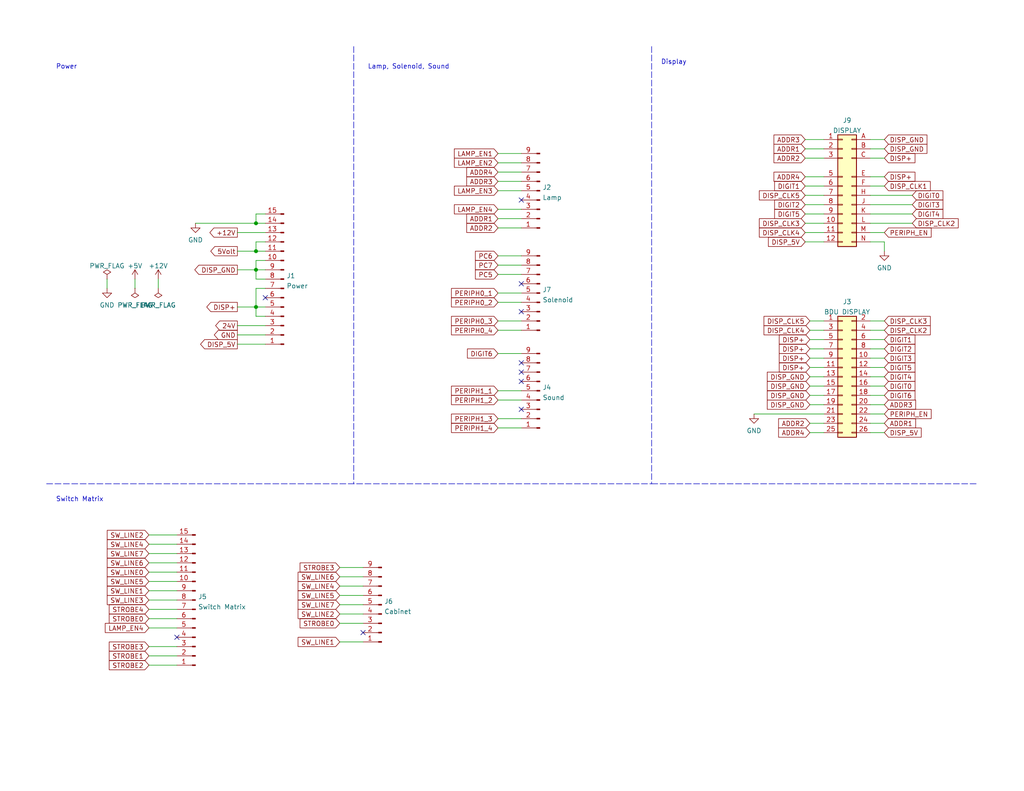
<source format=kicad_sch>
(kicad_sch (version 20211123) (generator eeschema)
  (paper "USLetter")
  (title_block (title "Ports") (date "2022-08-27") (rev "1.5") (company "ePinball") (comment 1 "github.com/jfleitz/gp-mpu"))
  (lib_symbols
    (symbol "Connector:Conn_01x09_Male" (pin_names (offset 1.016) hide)
      (property "Reference" "J" (at 0 12.7 0))
      (property "Value" "Conn_01x09_Male" (at 0 -12.7 0))
      (symbol "Conn_01x09_Male_1_1"
        (polyline (pts (xy 1.27 -10.16) (xy 0.8636 -10.16)) (stroke (width 0.1524)))
        (polyline (pts (xy 1.27 -7.62) (xy 0.8636 -7.62)) (stroke (width 0.1524)))
        (polyline (pts (xy 1.27 -5.08) (xy 0.8636 -5.08)) (stroke (width 0.1524)))
        (polyline (pts (xy 1.27 -2.54) (xy 0.8636 -2.54)) (stroke (width 0.1524)))
        (polyline (pts (xy 1.27 0) (xy 0.8636 0)) (stroke (width 0.1524)))
        (polyline (pts (xy 1.27 2.54) (xy 0.8636 2.54)) (stroke (width 0.1524)))
        (polyline (pts (xy 1.27 5.08) (xy 0.8636 5.08)) (stroke (width 0.1524)))
        (polyline (pts (xy 1.27 7.62) (xy 0.8636 7.62)) (stroke (width 0.1524)))
        (polyline (pts (xy 1.27 10.16) (xy 0.8636 10.16)) (stroke (width 0.1524)))
        (rectangle (start 0.8636 -10.033) (end 0 -10.287) (stroke (width 0.1524)) (fill (type outline)))
        (rectangle (start 0.8636 -7.493) (end 0 -7.747) (stroke (width 0.1524)) (fill (type outline)))
        (rectangle (start 0.8636 -4.953) (end 0 -5.207) (stroke (width 0.1524)) (fill (type outline)))
        (rectangle (start 0.8636 -2.413) (end 0 -2.667) (stroke (width 0.1524)) (fill (type outline)))
        (rectangle (start 0.8636 0.127) (end 0 -0.127) (stroke (width 0.1524)) (fill (type outline)))
        (rectangle (start 0.8636 2.667) (end 0 2.413) (stroke (width 0.1524)) (fill (type outline)))
        (rectangle (start 0.8636 5.207) (end 0 4.953) (stroke (width 0.1524)) (fill (type outline)))
        (rectangle (start 0.8636 7.747) (end 0 7.493) (stroke (width 0.1524)) (fill (type outline)))
        (rectangle (start 0.8636 10.287) (end 0 10.033) (stroke (width 0.1524)) (fill (type outline)))
        (pin passive line (at 5.08 10.16 180) (length 3.81) (name "Pin_1") (number "1"))
        (pin passive line (at 5.08 7.62 180) (length 3.81) (name "Pin_2") (number "2"))
        (pin passive line (at 5.08 5.08 180) (length 3.81) (name "Pin_3") (number "3"))
        (pin passive line (at 5.08 2.54 180) (length 3.81) (name "Pin_4") (number "4"))
        (pin passive line (at 5.08 0 180) (length 3.81) (name "Pin_5") (number "5"))
        (pin passive line (at 5.08 -2.54 180) (length 3.81) (name "Pin_6") (number "6"))
        (pin passive line (at 5.08 -5.08 180) (length 3.81) (name "Pin_7") (number "7"))
        (pin passive line (at 5.08 -7.62 180) (length 3.81) (name "Pin_8") (number "8"))
        (pin passive line (at 5.08 -10.16 180) (length 3.81) (name "Pin_9") (number "9"))
      )
    )
    (symbol "Connector:Conn_01x15_Male" (pin_names (offset 1.016) hide)
      (property "Reference" "J" (at 0 20.32 0))
      (property "Value" "Conn_01x15_Male" (at 0 -20.32 0))
      (symbol "Conn_01x15_Male_1_1"
        (polyline (pts (xy 1.27 -17.78) (xy 0.8636 -17.78)) (stroke (width 0.1524)))
        (polyline (pts (xy 1.27 -15.24) (xy 0.8636 -15.24)) (stroke (width 0.1524)))
        (polyline (pts (xy 1.27 -12.7) (xy 0.8636 -12.7)) (stroke (width 0.1524)))
        (polyline (pts (xy 1.27 -10.16) (xy 0.8636 -10.16)) (stroke (width 0.1524)))
        (polyline (pts (xy 1.27 -7.62) (xy 0.8636 -7.62)) (stroke (width 0.1524)))
        (polyline (pts (xy 1.27 -5.08) (xy 0.8636 -5.08)) (stroke (width 0.1524)))
        (polyline (pts (xy 1.27 -2.54) (xy 0.8636 -2.54)) (stroke (width 0.1524)))
        (polyline (pts (xy 1.27 0) (xy 0.8636 0)) (stroke (width 0.1524)))
        (polyline (pts (xy 1.27 2.54) (xy 0.8636 2.54)) (stroke (width 0.1524)))
        (polyline (pts (xy 1.27 5.08) (xy 0.8636 5.08)) (stroke (width 0.1524)))
        (polyline (pts (xy 1.27 7.62) (xy 0.8636 7.62)) (stroke (width 0.1524)))
        (polyline (pts (xy 1.27 10.16) (xy 0.8636 10.16)) (stroke (width 0.1524)))
        (polyline (pts (xy 1.27 12.7) (xy 0.8636 12.7)) (stroke (width 0.1524)))
        (polyline (pts (xy 1.27 15.24) (xy 0.8636 15.24)) (stroke (width 0.1524)))
        (polyline (pts (xy 1.27 17.78) (xy 0.8636 17.78)) (stroke (width 0.1524)))
        (rectangle (start 0.8636 -17.653) (end 0 -17.907) (stroke (width 0.1524)) (fill (type outline)))
        (rectangle (start 0.8636 -15.113) (end 0 -15.367) (stroke (width 0.1524)) (fill (type outline)))
        (rectangle (start 0.8636 -12.573) (end 0 -12.827) (stroke (width 0.1524)) (fill (type outline)))
        (rectangle (start 0.8636 -10.033) (end 0 -10.287) (stroke (width 0.1524)) (fill (type outline)))
        (rectangle (start 0.8636 -7.493) (end 0 -7.747) (stroke (width 0.1524)) (fill (type outline)))
        (rectangle (start 0.8636 -4.953) (end 0 -5.207) (stroke (width 0.1524)) (fill (type outline)))
        (rectangle (start 0.8636 -2.413) (end 0 -2.667) (stroke (width 0.1524)) (fill (type outline)))
        (rectangle (start 0.8636 0.127) (end 0 -0.127) (stroke (width 0.1524)) (fill (type outline)))
        (rectangle (start 0.8636 2.667) (end 0 2.413) (stroke (width 0.1524)) (fill (type outline)))
        (rectangle (start 0.8636 5.207) (end 0 4.953) (stroke (width 0.1524)) (fill (type outline)))
        (rectangle (start 0.8636 7.747) (end 0 7.493) (stroke (width 0.1524)) (fill (type outline)))
        (rectangle (start 0.8636 10.287) (end 0 10.033) (stroke (width 0.1524)) (fill (type outline)))
        (rectangle (start 0.8636 12.827) (end 0 12.573) (stroke (width 0.1524)) (fill (type outline)))
        (rectangle (start 0.8636 15.367) (end 0 15.113) (stroke (width 0.1524)) (fill (type outline)))
        (rectangle (start 0.8636 17.907) (end 0 17.653) (stroke (width 0.1524)) (fill (type outline)))
        (pin passive line (at 5.08 17.78 180) (length 3.81) (name "Pin_1") (number "1"))
        (pin passive line (at 5.08 -5.08 180) (length 3.81) (name "Pin_10") (number "10"))
        (pin passive line (at 5.08 -7.62 180) (length 3.81) (name "Pin_11") (number "11"))
        (pin passive line (at 5.08 -10.16 180) (length 3.81) (name "Pin_12") (number "12"))
        (pin passive line (at 5.08 -12.7 180) (length 3.81) (name "Pin_13") (number "13"))
        (pin passive line (at 5.08 -15.24 180) (length 3.81) (name "Pin_14") (number "14"))
        (pin passive line (at 5.08 -17.78 180) (length 3.81) (name "Pin_15") (number "15"))
        (pin passive line (at 5.08 15.24 180) (length 3.81) (name "Pin_2") (number "2"))
        (pin passive line (at 5.08 12.7 180) (length 3.81) (name "Pin_3") (number "3"))
        (pin passive line (at 5.08 10.16 180) (length 3.81) (name "Pin_4") (number "4"))
        (pin passive line (at 5.08 7.62 180) (length 3.81) (name "Pin_5") (number "5"))
        (pin passive line (at 5.08 5.08 180) (length 3.81) (name "Pin_6") (number "6"))
        (pin passive line (at 5.08 2.54 180) (length 3.81) (name "Pin_7") (number "7"))
        (pin passive line (at 5.08 0 180) (length 3.81) (name "Pin_8") (number "8"))
        (pin passive line (at 5.08 -2.54 180) (length 3.81) (name "Pin_9") (number "9"))
      )
    )
    (symbol "gp-parts:display-cocktail" (pin_names (offset 1.016) hide)
      (property "Reference" "J" (at 1.27 17.78 0))
      (property "Value" "display-cocktail" (at 1.27 -17.78 0))
      (symbol "display-cocktail_1_1"
        (rectangle (start -1.27 -15.113) (end 0 -15.367) (stroke (width 0.1524)))
        (rectangle (start -1.27 -12.573) (end 0 -12.827) (stroke (width 0.1524)))
        (rectangle (start -1.27 -10.033) (end 0 -10.287) (stroke (width 0.1524)))
        (rectangle (start -1.27 -7.493) (end 0 -7.747) (stroke (width 0.1524)))
        (rectangle (start -1.27 -4.953) (end 0 -5.207) (stroke (width 0.1524)))
        (rectangle (start -1.27 -2.413) (end 0 -2.667) (stroke (width 0.1524)))
        (rectangle (start -1.27 0.127) (end 0 -0.127) (stroke (width 0.1524)))
        (rectangle (start -1.27 2.667) (end 0 2.413) (stroke (width 0.1524)))
        (rectangle (start -1.27 5.207) (end 0 4.953) (stroke (width 0.1524)))
        (rectangle (start -1.27 7.747) (end 0 7.493) (stroke (width 0.1524)))
        (rectangle (start -1.27 10.287) (end 0 10.033) (stroke (width 0.1524)))
        (rectangle (start -1.27 12.827) (end 0 12.573) (stroke (width 0.1524)))
        (rectangle (start -1.27 15.367) (end 0 15.113) (stroke (width 0.1524)))
        (rectangle (start -1.27 16.51) (end 3.81 -16.51) (stroke (width 0.254)) (fill (type background)))
        (rectangle (start 3.81 -15.113) (end 2.54 -15.367) (stroke (width 0.1524)))
        (rectangle (start 3.81 -12.573) (end 2.54 -12.827) (stroke (width 0.1524)))
        (rectangle (start 3.81 -10.033) (end 2.54 -10.287) (stroke (width 0.1524)))
        (rectangle (start 3.81 -7.493) (end 2.54 -7.747) (stroke (width 0.1524)))
        (rectangle (start 3.81 -4.953) (end 2.54 -5.207) (stroke (width 0.1524)))
        (rectangle (start 3.81 -2.413) (end 2.54 -2.667) (stroke (width 0.1524)))
        (rectangle (start 3.81 0.127) (end 2.54 -0.127) (stroke (width 0.1524)))
        (rectangle (start 3.81 2.667) (end 2.54 2.413) (stroke (width 0.1524)))
        (rectangle (start 3.81 5.207) (end 2.54 4.953) (stroke (width 0.1524)))
        (rectangle (start 3.81 7.747) (end 2.54 7.493) (stroke (width 0.1524)))
        (rectangle (start 3.81 10.287) (end 2.54 10.033) (stroke (width 0.1524)))
        (rectangle (start 3.81 12.827) (end 2.54 12.573) (stroke (width 0.1524)))
        (rectangle (start 3.81 15.367) (end 2.54 15.113) (stroke (width 0.1524)))
        (pin passive line (at -5.08 15.24 0) (length 3.81) (name "Pin_1") (number "1"))
        (pin passive line (at 7.62 5.08 180) (length 3.81) (name "Pin_10") (number "10"))
        (pin passive line (at -5.08 2.54 0) (length 3.81) (name "Pin_11") (number "11"))
        (pin passive line (at 7.62 2.54 180) (length 3.81) (name "Pin_12") (number "12"))
        (pin passive line (at -5.08 0 0) (length 3.81) (name "Pin_13") (number "13"))
        (pin passive line (at 7.62 0 180) (length 3.81) (name "Pin_14") (number "14"))
        (pin passive line (at -5.08 -2.54 0) (length 3.81) (name "Pin_15") (number "15"))
        (pin passive line (at 7.62 -2.54 180) (length 3.81) (name "Pin_16") (number "16"))
        (pin passive line (at -5.08 -5.08 0) (length 3.81) (name "Pin_17") (number "17"))
        (pin passive line (at 7.62 -5.08 180) (length 3.81) (name "Pin_18") (number "18"))
        (pin passive line (at -5.08 -7.62 0) (length 3.81) (name "Pin_19") (number "19"))
        (pin passive line (at 7.62 15.24 180) (length 3.81) (name "Pin_2") (number "2"))
        (pin passive line (at 7.62 -7.62 180) (length 3.81) (name "Pin_20") (number "20"))
        (pin passive line (at -5.08 -10.16 0) (length 3.81) (name "Pin_21") (number "21"))
        (pin passive line (at 7.62 -10.16 180) (length 3.81) (name "Pin_22") (number "22"))
        (pin passive line (at -5.08 -12.7 0) (length 3.81) (name "Pin_23") (number "23"))
        (pin passive line (at 7.62 -12.7 180) (length 3.81) (name "Pin_24") (number "24"))
        (pin passive line (at -5.08 -15.24 0) (length 3.81) (name "Pin_25") (number "25"))
        (pin passive line (at 7.62 -15.24 180) (length 3.81) (name "Pin_26") (number "26"))
        (pin passive line (at -5.08 12.7 0) (length 3.81) (name "Pin_3") (number "3"))
        (pin passive line (at 7.62 12.7 180) (length 3.81) (name "Pin_4") (number "4"))
        (pin passive line (at -5.08 10.16 0) (length 3.81) (name "Pin_5") (number "5"))
        (pin passive line (at 7.62 10.16 180) (length 3.81) (name "Pin_6") (number "6"))
        (pin passive line (at -5.08 7.62 0) (length 3.81) (name "Pin_7") (number "7"))
        (pin passive line (at 7.62 7.62 180) (length 3.81) (name "Pin_8") (number "8"))
        (pin passive line (at -5.08 5.08 0) (length 3.81) (name "Pin_9") (number "9"))
      )
    )
    (symbol "gp-parts:display-upright" (pin_names (offset 1.016) hide)
      (property "Reference" "J9" (at 1.27 17.9365 0))
      (property "Value" "display-upright" (at 1.27 15.1614 0))
      (symbol "display-upright_1_1"
        (rectangle (start -1.27 -15.113) (end 0 -15.367) (stroke (width 0.1524)))
        (rectangle (start -1.27 -12.573) (end 0 -12.827) (stroke (width 0.1524)))
        (rectangle (start -1.27 -10.033) (end 0 -10.287) (stroke (width 0.1524)))
        (rectangle (start -1.27 -7.493) (end 0 -7.747) (stroke (width 0.1524)))
        (rectangle (start -1.27 -4.953) (end 0 -5.207) (stroke (width 0.1524)))
        (rectangle (start -1.27 -2.413) (end 0 -2.667) (stroke (width 0.1524)))
        (rectangle (start -1.27 0.127) (end 0 -0.127) (stroke (width 0.1524)))
        (rectangle (start -1.27 2.667) (end 0 2.413) (stroke (width 0.1524)))
        (rectangle (start -1.27 7.747) (end 0 7.493) (stroke (width 0.1524)))
        (rectangle (start -1.27 10.287) (end 0 10.033) (stroke (width 0.1524)))
        (rectangle (start -1.27 12.827) (end 0 12.573) (stroke (width 0.1524)))
        (rectangle (start -1.27 13.97) (end 3.81 -16.51) (stroke (width 0.254)) (fill (type background)))
        (rectangle (start 3.81 -15.113) (end 2.54 -15.367) (stroke (width 0.1524)))
        (rectangle (start 3.81 -12.573) (end 2.54 -12.827) (stroke (width 0.1524)))
        (rectangle (start 3.81 -10.033) (end 2.54 -10.287) (stroke (width 0.1524)))
        (rectangle (start 3.81 -7.493) (end 2.54 -7.747) (stroke (width 0.1524)))
        (rectangle (start 3.81 -4.953) (end 2.54 -5.207) (stroke (width 0.1524)))
        (rectangle (start 3.81 -2.413) (end 2.54 -2.667) (stroke (width 0.1524)))
        (rectangle (start 3.81 0.127) (end 2.54 -0.127) (stroke (width 0.1524)))
        (rectangle (start 3.81 2.667) (end 2.54 2.413) (stroke (width 0.1524)))
        (rectangle (start 3.81 7.747) (end 2.54 7.493) (stroke (width 0.1524)))
        (rectangle (start 3.81 10.287) (end 2.54 10.033) (stroke (width 0.1524)))
        (rectangle (start 3.81 12.827) (end 2.54 12.573) (stroke (width 0.1524)))
        (pin passive line (at -5.08 12.7 0) (length 3.81) (name "Pin_1") (number "1"))
        (pin passive line (at -5.08 -10.16 0) (length 3.81) (name "Pin_10") (number "10"))
        (pin passive line (at -5.08 -12.7 0) (length 3.81) (name "Pin_11") (number "11"))
        (pin passive line (at -5.08 -15.24 0) (length 3.81) (name "Pin_12") (number "12"))
        (pin passive line (at -5.08 10.16 0) (length 3.81) (name "Pin_2") (number "2"))
        (pin passive line (at -5.08 7.62 0) (length 3.81) (name "Pin_3") (number "3"))
        (pin passive line (at -5.08 2.54 0) (length 3.81) (name "Pin_5") (number "5"))
        (pin passive line (at -5.08 0 0) (length 3.81) (name "Pin_6") (number "6"))
        (pin passive line (at -5.08 -2.54 0) (length 3.81) (name "Pin_7") (number "7"))
        (pin passive line (at -5.08 -5.08 0) (length 3.81) (name "Pin_8") (number "8"))
        (pin passive line (at -5.08 -7.62 0) (length 3.81) (name "Pin_9") (number "9"))
        (pin passive line (at 7.62 12.7 180) (length 3.81) (name "Pin_A") (number "A"))
        (pin passive line (at 7.62 10.16 180) (length 3.81) (name "Pin_B") (number "B"))
        (pin passive line (at 7.62 7.62 180) (length 3.81) (name "Pin_C") (number "C"))
        (pin passive line (at 7.62 2.54 180) (length 3.81) (name "Pin_E") (number "E"))
        (pin passive line (at 7.62 0 180) (length 3.81) (name "Pin_F") (number "F"))
        (pin passive line (at 7.62 -2.54 180) (length 3.81) (name "Pin_H") (number "H"))
        (pin passive line (at 7.62 -5.08 180) (length 3.81) (name "Pin_J") (number "J"))
        (pin passive line (at 7.62 -7.62 180) (length 3.81) (name "Pin_K") (number "K"))
        (pin passive line (at 7.62 -10.16 180) (length 3.81) (name "Pin_L") (number "L"))
        (pin passive line (at 7.62 -12.7 180) (length 3.81) (name "Pin_M") (number "M"))
        (pin passive line (at 7.62 -15.24 180) (length 3.81) (name "Pin_N") (number "N"))
      )
    )
    (symbol "power:+12V" (power) (pin_names (offset 0))
      (property "Value" "+12V" (at 0 3.556 0))
      (symbol "+12V_0_1"
        (polyline (pts (xy -0.762 1.27) (xy 0 2.54)))
        (polyline (pts (xy 0 0) (xy 0 2.54)))
        (polyline (pts (xy 0 2.54) (xy 0.762 1.27)))
      )
      (symbol "+12V_1_1"
        (pin power_in line (at 0 0 90) (length 0) hide (name "+12V") (number "1"))
      )
    )
    (symbol "power:+5V" (power) (pin_names (offset 0))
      (property "Value" "+5V" (at 0 3.556 0))
      (symbol "+5V_0_1"
        (polyline (pts (xy -0.762 1.27) (xy 0 2.54)))
        (polyline (pts (xy 0 0) (xy 0 2.54)))
        (polyline (pts (xy 0 2.54) (xy 0.762 1.27)))
      )
      (symbol "+5V_1_1"
        (pin power_in line (at 0 0 90) (length 0) hide (name "+5V") (number "1"))
      )
    )
    (symbol "power:GND" (power) (pin_names (offset 0))
      (property "Value" "GND" (at 0 -3.81 0))
      (symbol "GND_0_1"
        (polyline (pts (xy 0 0) (xy 0 -1.27) (xy 1.27 -1.27) (xy 0 -2.54) (xy -1.27 -1.27) (xy 0 -1.27)))
      )
      (symbol "GND_1_1"
        (pin power_in line (at 0 0 270) (length 0) hide (name "GND") (number "1"))
      )
    )
    (symbol "power:PWR_FLAG" (power) (pin_numbers hide) (pin_names (offset 0) hide)
      (property "Value" "PWR_FLAG" (at 0 3.81 0))
      (symbol "PWR_FLAG_0_0"
        (pin power_out line (at 0 0 90) (length 0) (name "pwr") (number "1"))
      )
      (symbol "PWR_FLAG_0_1"
        (polyline (pts (xy 0 0) (xy 0 1.27) (xy -1.016 1.905) (xy 0 2.54) (xy 1.016 1.905) (xy 0 1.27)))
      )
    )
  )
  (junction (at 69.85 60.96))
  (junction (at 69.85 83.82))
  (junction (at 69.85 68.58))
  (junction (at 69.85 73.66))
  (no_connect (at 72.39 81.28))
  (no_connect (at 142.24 99.06))
  (no_connect (at 142.24 101.6))
  (no_connect (at 142.24 104.14))
  (no_connect (at 48.26 173.99))
  (no_connect (at 142.24 85.09))
  (no_connect (at 142.24 54.61))
  (no_connect (at 99.06 172.72))
  (no_connect (at 142.24 111.76))
  (no_connect (at 142.24 77.47))
  (wire (pts (xy 40.64 153.67) (xy 48.26 153.67)))
  (wire (pts (xy 29.21 76.2) (xy 29.21 78.74)))
  (wire (pts (xy 135.89 106.68) (xy 142.24 106.68)))
  (wire (pts (xy 237.49 105.41) (xy 241.3 105.41)))
  (wire (pts (xy 219.71 38.1) (xy 224.79 38.1)))
  (wire (pts (xy 205.74 113.03) (xy 224.79 113.03)))
  (polyline (pts (xy 96.52 12.7) (xy 96.52 132.08)))
  (wire (pts (xy 237.49 90.17) (xy 241.3 90.17)))
  (wire (pts (xy 64.77 93.98) (xy 72.39 93.98)))
  (wire (pts (xy 135.89 74.93) (xy 142.24 74.93)))
  (wire (pts (xy 219.71 50.8) (xy 224.79 50.8)))
  (wire (pts (xy 219.71 60.96) (xy 224.79 60.96)))
  (wire (pts (xy 69.85 68.58) (xy 72.39 68.58)))
  (wire (pts (xy 220.98 97.79) (xy 224.79 97.79)))
  (wire (pts (xy 64.77 68.58) (xy 69.85 68.58)))
  (wire (pts (xy 92.71 157.48) (xy 99.06 157.48)))
  (wire (pts (xy 135.89 44.45) (xy 142.24 44.45)))
  (wire (pts (xy 40.64 166.37) (xy 48.26 166.37)))
  (wire (pts (xy 69.85 78.74) (xy 69.85 83.82)))
  (wire (pts (xy 220.98 87.63) (xy 224.79 87.63)))
  (wire (pts (xy 241.3 66.04) (xy 241.3 68.58)))
  (wire (pts (xy 40.64 171.45) (xy 48.26 171.45)))
  (wire (pts (xy 135.89 52.07) (xy 142.24 52.07)))
  (wire (pts (xy 135.89 114.3) (xy 142.24 114.3)))
  (wire (pts (xy 40.64 148.59) (xy 48.26 148.59)))
  (wire (pts (xy 135.89 80.01) (xy 142.24 80.01)))
  (wire (pts (xy 92.71 154.94) (xy 99.06 154.94)))
  (wire (pts (xy 92.71 165.1) (xy 99.06 165.1)))
  (wire (pts (xy 69.85 60.96) (xy 72.39 60.96)))
  (wire (pts (xy 69.85 58.42) (xy 69.85 60.96)))
  (wire (pts (xy 220.98 102.87) (xy 224.79 102.87)))
  (wire (pts (xy 220.98 100.33) (xy 224.79 100.33)))
  (wire (pts (xy 40.64 158.75) (xy 48.26 158.75)))
  (wire (pts (xy 237.49 102.87) (xy 241.3 102.87)))
  (wire (pts (xy 219.71 66.04) (xy 224.79 66.04)))
  (wire (pts (xy 135.89 69.85) (xy 142.24 69.85)))
  (wire (pts (xy 135.89 90.17) (xy 142.24 90.17)))
  (wire (pts (xy 237.49 38.1) (xy 241.3 38.1)))
  (wire (pts (xy 220.98 107.95) (xy 224.79 107.95)))
  (wire (pts (xy 237.49 43.18) (xy 241.3 43.18)))
  (wire (pts (xy 69.85 73.66) (xy 69.85 71.12)))
  (wire (pts (xy 64.77 63.5) (xy 72.39 63.5)))
  (wire (pts (xy 69.85 73.66) (xy 72.39 73.66)))
  (wire (pts (xy 237.49 55.88) (xy 248.92 55.88)))
  (wire (pts (xy 237.49 40.64) (xy 241.3 40.64)))
  (wire (pts (xy 237.49 60.96) (xy 248.92 60.96)))
  (wire (pts (xy 219.71 63.5) (xy 224.79 63.5)))
  (wire (pts (xy 220.98 92.71) (xy 224.79 92.71)))
  (wire (pts (xy 53.34 60.96) (xy 69.85 60.96)))
  (wire (pts (xy 237.49 115.57) (xy 241.3 115.57)))
  (wire (pts (xy 69.85 83.82) (xy 69.85 86.36)))
  (wire (pts (xy 220.98 90.17) (xy 224.79 90.17)))
  (wire (pts (xy 92.71 170.18) (xy 99.06 170.18)))
  (wire (pts (xy 69.85 66.04) (xy 69.85 68.58)))
  (wire (pts (xy 135.89 72.39) (xy 142.24 72.39)))
  (wire (pts (xy 219.71 43.18) (xy 224.79 43.18)))
  (polyline (pts (xy 177.8 12.7) (xy 177.8 132.08)))
  (wire (pts (xy 237.49 92.71) (xy 241.3 92.71)))
  (wire (pts (xy 72.39 78.74) (xy 69.85 78.74)))
  (wire (pts (xy 237.49 95.25) (xy 241.3 95.25)))
  (wire (pts (xy 40.64 176.53) (xy 48.26 176.53)))
  (wire (pts (xy 135.89 59.69) (xy 142.24 59.69)))
  (wire (pts (xy 220.98 115.57) (xy 224.79 115.57)))
  (wire (pts (xy 135.89 96.52) (xy 142.24 96.52)))
  (wire (pts (xy 64.77 88.9) (xy 72.39 88.9)))
  (wire (pts (xy 135.89 87.63) (xy 142.24 87.63)))
  (wire (pts (xy 36.83 76.2) (xy 36.83 78.74)))
  (wire (pts (xy 69.85 71.12) (xy 72.39 71.12)))
  (wire (pts (xy 219.71 55.88) (xy 224.79 55.88)))
  (wire (pts (xy 220.98 118.11) (xy 224.79 118.11)))
  (wire (pts (xy 40.64 179.07) (xy 48.26 179.07)))
  (wire (pts (xy 92.71 175.26) (xy 99.06 175.26)))
  (wire (pts (xy 237.49 66.04) (xy 241.3 66.04)))
  (wire (pts (xy 92.71 162.56) (xy 99.06 162.56)))
  (wire (pts (xy 135.89 46.99) (xy 142.24 46.99)))
  (wire (pts (xy 237.49 118.11) (xy 241.3 118.11)))
  (wire (pts (xy 237.49 63.5) (xy 241.3 63.5)))
  (wire (pts (xy 220.98 105.41) (xy 224.79 105.41)))
  (wire (pts (xy 135.89 109.22) (xy 142.24 109.22)))
  (wire (pts (xy 72.39 76.2) (xy 69.85 76.2)))
  (wire (pts (xy 237.49 110.49) (xy 241.3 110.49)))
  (wire (pts (xy 43.18 76.2) (xy 43.18 78.74)))
  (wire (pts (xy 72.39 66.04) (xy 69.85 66.04)))
  (polyline (pts (xy 12.7 132.08) (xy 177.8 132.08)))
  (wire (pts (xy 220.98 110.49) (xy 224.79 110.49)))
  (wire (pts (xy 135.89 116.84) (xy 142.24 116.84)))
  (polyline (pts (xy 177.8 132.08) (xy 266.7 132.08)))
  (wire (pts (xy 237.49 50.8) (xy 241.3 50.8)))
  (wire (pts (xy 64.77 83.82) (xy 69.85 83.82)))
  (wire (pts (xy 219.71 40.64) (xy 224.79 40.64)))
  (wire (pts (xy 40.64 181.61) (xy 48.26 181.61)))
  (wire (pts (xy 40.64 151.13) (xy 48.26 151.13)))
  (wire (pts (xy 220.98 95.25) (xy 224.79 95.25)))
  (wire (pts (xy 237.49 100.33) (xy 241.3 100.33)))
  (wire (pts (xy 40.64 161.29) (xy 48.26 161.29)))
  (wire (pts (xy 237.49 58.42) (xy 248.92 58.42)))
  (wire (pts (xy 219.71 58.42) (xy 224.79 58.42)))
  (wire (pts (xy 237.49 97.79) (xy 241.3 97.79)))
  (wire (pts (xy 69.85 86.36) (xy 72.39 86.36)))
  (wire (pts (xy 40.64 156.21) (xy 48.26 156.21)))
  (wire (pts (xy 135.89 57.15) (xy 142.24 57.15)))
  (wire (pts (xy 135.89 41.91) (xy 142.24 41.91)))
  (wire (pts (xy 135.89 49.53) (xy 142.24 49.53)))
  (wire (pts (xy 92.71 167.64) (xy 99.06 167.64)))
  (wire (pts (xy 64.77 91.44) (xy 72.39 91.44)))
  (wire (pts (xy 237.49 87.63) (xy 241.3 87.63)))
  (wire (pts (xy 69.85 83.82) (xy 72.39 83.82)))
  (wire (pts (xy 237.49 48.26) (xy 241.3 48.26)))
  (wire (pts (xy 72.39 58.42) (xy 69.85 58.42)))
  (wire (pts (xy 69.85 76.2) (xy 69.85 73.66)))
  (wire (pts (xy 237.49 113.03) (xy 241.3 113.03)))
  (wire (pts (xy 64.77 73.66) (xy 69.85 73.66)))
  (wire (pts (xy 219.71 53.34) (xy 224.79 53.34)))
  (wire (pts (xy 237.49 107.95) (xy 241.3 107.95)))
  (wire (pts (xy 135.89 62.23) (xy 142.24 62.23)))
  (wire (pts (xy 92.71 160.02) (xy 99.06 160.02)))
  (wire (pts (xy 40.64 163.83) (xy 48.26 163.83)))
  (wire (pts (xy 40.64 146.05) (xy 48.26 146.05)))
  (wire (pts (xy 237.49 53.34) (xy 248.92 53.34)))
  (wire (pts (xy 40.64 168.91) (xy 48.26 168.91)))
  (wire (pts (xy 135.89 82.55) (xy 142.24 82.55)))
  (wire (pts (xy 219.71 48.26) (xy 224.79 48.26)))
  (text "Display" (at 180.34 17.78 0) (effects (font (size 1.27 1.27)) (justify left bottom)))
  (text "Power" (at 15.24 19.05 0) (effects (font (size 1.27 1.27)) (justify left bottom)))
  (text "Switch Matrix" (at 15.24 137.16 0) (effects (font (size 1.27 1.27)) (justify left bottom)))
  (text "Lamp, Solenoid, Sound" (at 100.33 19.05 0) (effects (font (size 1.27 1.27)) (justify left bottom)))
  (global_label "SW_LINE3" (shape input) (at 40.64 163.83 180) (property "Intersheet References" "${INTERSHEET_REFS}" (effects hide)))
  (global_label "SW_LINE0" (shape input) (at 40.64 156.21 180) (property "Intersheet References" "${INTERSHEET_REFS}" (effects hide)))
  (global_label "PERIPH0_4" (shape input) (at 135.89 90.17 180) (property "Intersheet References" "${INTERSHEET_REFS}" (effects hide)))
  (global_label "DISP+" (shape input) (at 220.98 92.71 180) (property "Intersheet References" "${INTERSHEET_REFS}" (effects hide)))
  (global_label "DISP_CLK2" (shape input) (at 248.92 60.96 0) (property "Intersheet References" "${INTERSHEET_REFS}" (effects hide)))
  (global_label "24V" (shape output) (at 64.77 88.9 180) (property "Intersheet References" "${INTERSHEET_REFS}" (effects hide)))
  (global_label "PERIPH1_3" (shape input) (at 135.89 114.3 180) (property "Intersheet References" "${INTERSHEET_REFS}" (effects hide)))
  (global_label "DISP_CLK3" (shape input) (at 219.71 60.96 180) (property "Intersheet References" "${INTERSHEET_REFS}" (effects hide)))
  (global_label "LAMP_EN1" (shape input) (at 135.89 41.91 180) (property "Intersheet References" "${INTERSHEET_REFS}" (effects hide)))
  (global_label "SW_LINE1" (shape input) (at 92.71 175.26 180) (property "Intersheet References" "${INTERSHEET_REFS}" (effects hide)))
  (global_label "GND" (shape output) (at 64.77 91.44 180) (property "Intersheet References" "${INTERSHEET_REFS}" (effects hide)))
  (global_label "SW_LINE4" (shape input) (at 40.64 148.59 180) (property "Intersheet References" "${INTERSHEET_REFS}" (effects hide)))
  (global_label "ADDR2" (shape input) (at 219.71 43.18 180) (property "Intersheet References" "${INTERSHEET_REFS}" (effects hide)))
  (global_label "SW_LINE1" (shape input) (at 40.64 161.29 180) (property "Intersheet References" "${INTERSHEET_REFS}" (effects hide)))
  (global_label "ADDR2" (shape input) (at 135.89 62.23 180) (property "Intersheet References" "${INTERSHEET_REFS}" (effects hide)))
  (global_label "DISP+" (shape output) (at 64.77 83.82 180) (property "Intersheet References" "${INTERSHEET_REFS}" (effects hide)))
  (global_label "DIGIT5" (shape input) (at 219.71 58.42 180) (property "Intersheet References" "${INTERSHEET_REFS}" (effects hide)))
  (global_label "ADDR3" (shape input) (at 219.71 38.1 180) (property "Intersheet References" "${INTERSHEET_REFS}" (effects hide)))
  (global_label "5Volt" (shape output) (at 64.77 68.58 180) (property "Intersheet References" "${INTERSHEET_REFS}" (effects hide)))
  (global_label "SW_LINE5" (shape input) (at 92.71 162.56 180) (property "Intersheet References" "${INTERSHEET_REFS}" (effects hide)))
  (global_label "ADDR3" (shape input) (at 135.89 49.53 180) (property "Intersheet References" "${INTERSHEET_REFS}" (effects hide)))
  (global_label "DIGIT2" (shape input) (at 219.71 55.88 180) (property "Intersheet References" "${INTERSHEET_REFS}" (effects hide)))
  (global_label "PC6" (shape input) (at 135.89 69.85 180) (property "Intersheet References" "${INTERSHEET_REFS}" (effects hide)))
  (global_label "ADDR1" (shape input) (at 135.89 59.69 180) (property "Intersheet References" "${INTERSHEET_REFS}" (effects hide)))
  (global_label "ADDR1" (shape input) (at 241.3 115.57 0) (property "Intersheet References" "${INTERSHEET_REFS}" (effects hide)))
  (global_label "SW_LINE4" (shape input) (at 92.71 160.02 180) (property "Intersheet References" "${INTERSHEET_REFS}" (effects hide)))
  (global_label "DISP_CLK5" (shape input) (at 220.98 87.63 180) (property "Intersheet References" "${INTERSHEET_REFS}" (effects hide)))
  (global_label "SW_LINE5" (shape input) (at 40.64 158.75 180) (property "Intersheet References" "${INTERSHEET_REFS}" (effects hide)))
  (global_label "DIGIT6" (shape input) (at 241.3 107.95 0) (property "Intersheet References" "${INTERSHEET_REFS}" (effects hide)))
  (global_label "STROBE4" (shape input) (at 40.64 166.37 180) (property "Intersheet References" "${INTERSHEET_REFS}" (effects hide)))
  (global_label "STROBE1" (shape input) (at 40.64 179.07 180) (property "Intersheet References" "${INTERSHEET_REFS}" (effects hide)))
  (global_label "SW_LINE2" (shape input) (at 92.71 167.64 180) (property "Intersheet References" "${INTERSHEET_REFS}" (effects hide)))
  (global_label "PERIPH1_1" (shape input) (at 135.89 106.68 180) (property "Intersheet References" "${INTERSHEET_REFS}" (effects hide)))
  (global_label "DISP+" (shape input) (at 241.3 43.18 0) (property "Intersheet References" "${INTERSHEET_REFS}" (effects hide)))
  (global_label "DISP_GND" (shape input) (at 220.98 105.41 180) (property "Intersheet References" "${INTERSHEET_REFS}" (effects hide)))
  (global_label "DIGIT4" (shape input) (at 241.3 102.87 0) (property "Intersheet References" "${INTERSHEET_REFS}" (effects hide)))
  (global_label "DISP+" (shape input) (at 220.98 95.25 180) (property "Intersheet References" "${INTERSHEET_REFS}" (effects hide)))
  (global_label "STROBE3" (shape input) (at 40.64 176.53 180) (property "Intersheet References" "${INTERSHEET_REFS}" (effects hide)))
  (global_label "DISP_GND" (shape input) (at 220.98 110.49 180) (property "Intersheet References" "${INTERSHEET_REFS}" (effects hide)))
  (global_label "ADDR4" (shape input) (at 219.71 48.26 180) (property "Intersheet References" "${INTERSHEET_REFS}" (effects hide)))
  (global_label "DISP_GND" (shape input) (at 220.98 102.87 180) (property "Intersheet References" "${INTERSHEET_REFS}" (effects hide)))
  (global_label "DISP_5V" (shape output) (at 64.77 93.98 180) (property "Intersheet References" "${INTERSHEET_REFS}" (effects hide)))
  (global_label "PC7" (shape input) (at 135.89 72.39 180) (property "Intersheet References" "${INTERSHEET_REFS}" (effects hide)))
  (global_label "ADDR1" (shape input) (at 219.71 40.64 180) (property "Intersheet References" "${INTERSHEET_REFS}" (effects hide)))
  (global_label "+12V" (shape output) (at 64.77 63.5 180) (property "Intersheet References" "${INTERSHEET_REFS}" (effects hide)))
  (global_label "STROBE2" (shape input) (at 40.64 181.61 180) (property "Intersheet References" "${INTERSHEET_REFS}" (effects hide)))
  (global_label "DISP_CLK5" (shape input) (at 219.71 53.34 180) (property "Intersheet References" "${INTERSHEET_REFS}" (effects hide)))
  (global_label "DISP_GND" (shape input) (at 220.98 107.95 180) (property "Intersheet References" "${INTERSHEET_REFS}" (effects hide)))
  (global_label "PC5" (shape input) (at 135.89 74.93 180) (property "Intersheet References" "${INTERSHEET_REFS}" (effects hide)))
  (global_label "DISP_GND" (shape output) (at 64.77 73.66 180) (property "Intersheet References" "${INTERSHEET_REFS}" (effects hide)))
  (global_label "LAMP_EN4" (shape input) (at 135.89 57.15 180) (property "Intersheet References" "${INTERSHEET_REFS}" (effects hide)))
  (global_label "DISP_CLK4" (shape input) (at 220.98 90.17 180) (property "Intersheet References" "${INTERSHEET_REFS}" (effects hide)))
  (global_label "DIGIT0" (shape input) (at 241.3 105.41 0) (property "Intersheet References" "${INTERSHEET_REFS}" (effects hide)))
  (global_label "DIGIT0" (shape input) (at 248.92 53.34 0) (property "Intersheet References" "${INTERSHEET_REFS}" (effects hide)))
  (global_label "DISP_CLK4" (shape input) (at 219.71 63.5 180) (property "Intersheet References" "${INTERSHEET_REFS}" (effects hide)))
  (global_label "STROBE0" (shape input) (at 92.71 170.18 180) (property "Intersheet References" "${INTERSHEET_REFS}" (effects hide)))
  (global_label "SW_LINE2" (shape input) (at 40.64 146.05 180) (property "Intersheet References" "${INTERSHEET_REFS}" (effects hide)))
  (global_label "DISP_GND" (shape input) (at 241.3 40.64 0) (property "Intersheet References" "${INTERSHEET_REFS}" (effects hide)))
  (global_label "PERIPH1_4" (shape input) (at 135.89 116.84 180) (property "Intersheet References" "${INTERSHEET_REFS}" (effects hide)))
  (global_label "ADDR4" (shape input) (at 220.98 118.11 180) (property "Intersheet References" "${INTERSHEET_REFS}" (effects hide)))
  (global_label "DIGIT1" (shape input) (at 219.71 50.8 180) (property "Intersheet References" "${INTERSHEET_REFS}" (effects hide)))
  (global_label "PERIPH_EN" (shape input) (at 241.3 113.03 0) (property "Intersheet References" "${INTERSHEET_REFS}" (effects hide)))
  (global_label "PERIPH0_2" (shape input) (at 135.89 82.55 180) (property "Intersheet References" "${INTERSHEET_REFS}" (effects hide)))
  (global_label "DIGIT6" (shape input) (at 135.89 96.52 180) (property "Intersheet References" "${INTERSHEET_REFS}" (effects hide)))
  (global_label "DISP+" (shape input) (at 220.98 97.79 180) (property "Intersheet References" "${INTERSHEET_REFS}" (effects hide)))
  (global_label "PERIPH1_2" (shape input) (at 135.89 109.22 180) (property "Intersheet References" "${INTERSHEET_REFS}" (effects hide)))
  (global_label "SW_LINE7" (shape input) (at 92.71 165.1 180) (property "Intersheet References" "${INTERSHEET_REFS}" (effects hide)))
  (global_label "ADDR2" (shape input) (at 220.98 115.57 180) (property "Intersheet References" "${INTERSHEET_REFS}" (effects hide)))
  (global_label "DIGIT3" (shape input) (at 241.3 97.79 0) (property "Intersheet References" "${INTERSHEET_REFS}" (effects hide)))
  (global_label "DISP_GND" (shape input) (at 241.3 38.1 0) (property "Intersheet References" "${INTERSHEET_REFS}" (effects hide)))
  (global_label "DISP+" (shape input) (at 220.98 100.33 180) (property "Intersheet References" "${INTERSHEET_REFS}" (effects hide)))
  (global_label "DISP_5V" (shape input) (at 241.3 118.11 0) (property "Intersheet References" "${INTERSHEET_REFS}" (effects hide)))
  (global_label "DISP_CLK2" (shape input) (at 241.3 90.17 0) (property "Intersheet References" "${INTERSHEET_REFS}" (effects hide)))
  (global_label "DIGIT5" (shape input) (at 241.3 100.33 0) (property "Intersheet References" "${INTERSHEET_REFS}" (effects hide)))
  (global_label "LAMP_EN4" (shape input) (at 40.64 171.45 180) (property "Intersheet References" "${INTERSHEET_REFS}" (effects hide)))
  (global_label "PERIPH0_1" (shape input) (at 135.89 80.01 180) (property "Intersheet References" "${INTERSHEET_REFS}" (effects hide)))
  (global_label "ADDR3" (shape input) (at 241.3 110.49 0) (property "Intersheet References" "${INTERSHEET_REFS}" (effects hide)))
  (global_label "SW_LINE6" (shape input) (at 40.64 153.67 180) (property "Intersheet References" "${INTERSHEET_REFS}" (effects hide)))
  (global_label "DIGIT4" (shape input) (at 248.92 58.42 0) (property "Intersheet References" "${INTERSHEET_REFS}" (effects hide)))
  (global_label "LAMP_EN3" (shape input) (at 135.89 52.07 180) (property "Intersheet References" "${INTERSHEET_REFS}" (effects hide)))
  (global_label "DISP_CLK3" (shape input) (at 241.3 87.63 0) (property "Intersheet References" "${INTERSHEET_REFS}" (effects hide)))
  (global_label "PERIPH_EN" (shape input) (at 241.3 63.5 0) (property "Intersheet References" "${INTERSHEET_REFS}" (effects hide)))
  (global_label "DIGIT2" (shape input) (at 241.3 95.25 0) (property "Intersheet References" "${INTERSHEET_REFS}" (effects hide)))
  (global_label "STROBE3" (shape input) (at 92.71 154.94 180) (property "Intersheet References" "${INTERSHEET_REFS}" (effects hide)))
  (global_label "DIGIT1" (shape input) (at 241.3 92.71 0) (property "Intersheet References" "${INTERSHEET_REFS}" (effects hide)))
  (global_label "DIGIT3" (shape input) (at 248.92 55.88 0) (property "Intersheet References" "${INTERSHEET_REFS}" (effects hide)))
  (global_label "SW_LINE6" (shape input) (at 92.71 157.48 180) (property "Intersheet References" "${INTERSHEET_REFS}" (effects hide)))
  (global_label "DISP_CLK1" (shape input) (at 241.3 50.8 0) (property "Intersheet References" "${INTERSHEET_REFS}" (effects hide)))
  (global_label "STROBE0" (shape input) (at 40.64 168.91 180) (property "Intersheet References" "${INTERSHEET_REFS}" (effects hide)))
  (global_label "DISP+" (shape input) (at 241.3 48.26 0) (property "Intersheet References" "${INTERSHEET_REFS}" (effects hide)))
  (global_label "SW_LINE7" (shape input) (at 40.64 151.13 180) (property "Intersheet References" "${INTERSHEET_REFS}" (effects hide)))
  (global_label "ADDR4" (shape input) (at 135.89 46.99 180) (property "Intersheet References" "${INTERSHEET_REFS}" (effects hide)))
  (global_label "DISP_5V" (shape input) (at 219.71 66.04 180) (property "Intersheet References" "${INTERSHEET_REFS}" (effects hide)))
  (global_label "PERIPH0_3" (shape input) (at 135.89 87.63 180) (property "Intersheet References" "${INTERSHEET_REFS}" (effects hide)))
  (global_label "LAMP_EN2" (shape input) (at 135.89 44.45 180) (property "Intersheet References" "${INTERSHEET_REFS}" (effects hide)))
  (symbol (lib_id "power:GND") (at 205.74 113.03 0) (unit 1)
    (property "Reference" "#PWR055" (effects hide))
    (property "Value" "GND" (at 205.74 117.5925 0))
  )
  (symbol (lib_id "Connector:Conn_01x09_Male") (at 147.32 80.01 180) (unit 1)
    (property "Reference" "J7" (at 148.0312 79.1015 0) (effects (justify right)))
    (property "Value" "Solenoid" (at 148.0312 81.8766 0) (effects (justify right)))
    (property "Footprint" "Connector_PinHeader_2.54mm:PinHeader_1x09_P2.54mm_Vertical" (effects hide))
  )
  (symbol (lib_id "power:PWR_FLAG") (at 29.21 76.2 0) (unit 1)
    (property "Reference" "#FLG0101" (effects hide))
    (property "Value" "PWR_FLAG" (at 29.21 72.5955 0))
  )
  (symbol (lib_id "power:GND") (at 53.34 60.96 0) (unit 1)
    (property "Reference" "#PWR054" (effects hide))
    (property "Value" "GND" (at 53.34 65.5225 0))
  )
  (symbol (lib_id "Connector:Conn_01x09_Male") (at 147.32 106.68 180) (unit 1)
    (property "Reference" "J4" (at 148.0312 105.7715 0) (effects (justify right)))
    (property "Value" "Sound" (at 148.0312 108.5466 0) (effects (justify right)))
    (property "Footprint" "Connector_PinHeader_2.54mm:PinHeader_1x09_P2.54mm_Vertical" (effects hide))
  )
  (symbol (lib_id "power:PWR_FLAG") (at 43.18 78.74 180) (unit 1)
    (property "Reference" "#FLG0103" (effects hide))
    (property "Value" "PWR_FLAG" (at 43.18 83.3025 0))
  )
  (symbol (lib_id "power:+5V") (at 36.83 76.2 0) (unit 1)
    (property "Reference" "#PWR0102" (effects hide))
    (property "Value" "+5V" (at 36.83 72.5955 0))
  )
  (symbol (lib_id "gp-parts:display-cocktail") (at 229.87 102.87 0) (unit 1)
    (property "Reference" "J3" (at 231.14 82.3935 0))
    (property "Value" "BDU DISPLAY" (at 231.14 85.1686 0))
    (property "Footprint" "gp-connector:display-cocktail" (effects hide))
  )
  (symbol (lib_id "power:GND") (at 29.21 78.74 0) (unit 1)
    (property "Reference" "#PWR0101" (effects hide))
    (property "Value" "GND" (at 29.21 83.3025 0))
  )
  (symbol (lib_id "Connector:Conn_01x15_Male") (at 53.34 163.83 180) (unit 1)
    (property "Reference" "J5" (at 54.0512 162.9215 0) (effects (justify right)))
    (property "Value" "Switch Matrix" (at 54.0512 165.6966 0) (effects (justify right)))
    (property "Footprint" "Connector_PinHeader_2.54mm:PinHeader_1x15_P2.54mm_Vertical" (effects hide))
  )
  (symbol (lib_id "Connector:Conn_01x09_Male") (at 147.32 52.07 180) (unit 1)
    (property "Reference" "J2" (at 148.0312 51.1615 0) (effects (justify right)))
    (property "Value" "Lamp" (at 148.0312 53.9366 0) (effects (justify right)))
    (property "Footprint" "Connector_PinHeader_2.54mm:PinHeader_1x09_P2.54mm_Vertical" (effects hide))
  )
  (symbol (lib_id "Connector:Conn_01x09_Male") (at 104.14 165.1 180) (unit 1)
    (property "Reference" "J6" (at 104.8512 164.1915 0) (effects (justify right)))
    (property "Value" "Cabinet" (at 104.8512 166.9666 0) (effects (justify right)))
    (property "Footprint" "Connector_PinHeader_2.54mm:PinHeader_1x09_P2.54mm_Vertical" (effects hide))
  )
  (symbol (lib_id "Connector:Conn_01x15_Male") (at 77.47 76.2 180) (unit 1)
    (property "Reference" "J1" (at 78.1812 75.2915 0) (effects (justify right)))
    (property "Value" "Power" (at 78.1812 78.0666 0) (effects (justify right)))
    (property "Footprint" "Connector_PinHeader_2.54mm:PinHeader_1x15_P2.54mm_Vertical" (effects hide))
  )
  (symbol (lib_id "power:PWR_FLAG") (at 36.83 78.74 180) (unit 1)
    (property "Reference" "#FLG0102" (effects hide))
    (property "Value" "PWR_FLAG" (at 36.83 83.3025 0))
  )
  (symbol (lib_id "power:GND") (at 241.3 68.58 0) (unit 1)
    (property "Reference" "#PWR056" (effects hide))
    (property "Value" "GND" (at 241.3 73.1425 0))
  )
  (symbol (lib_id "gp-parts:display-upright") (at 229.87 50.8 0) (unit 1)
    (property "Reference" "J9" (at 231.14 32.8635 0))
    (property "Value" "DISPLAY" (at 231.14 35.6386 0))
    (property "Footprint" "gp-connector:display-upright" (effects hide))
  )
  (symbol (lib_id "power:+12V") (at 43.18 76.2 0) (unit 1)
    (property "Reference" "#PWR0105" (effects hide))
    (property "Value" "+12V" (at 43.18 72.5955 0))
  )
)
</source>
